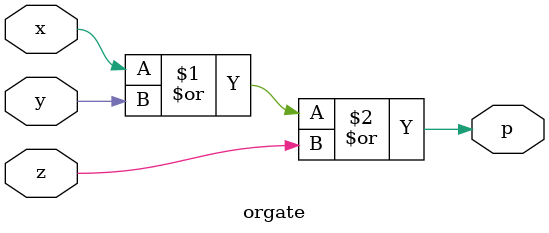
<source format=v>

module orgate(
    input x,
    input y,
    input z,
    output p
);

assign p = (x|y|z);
endmodule


</source>
